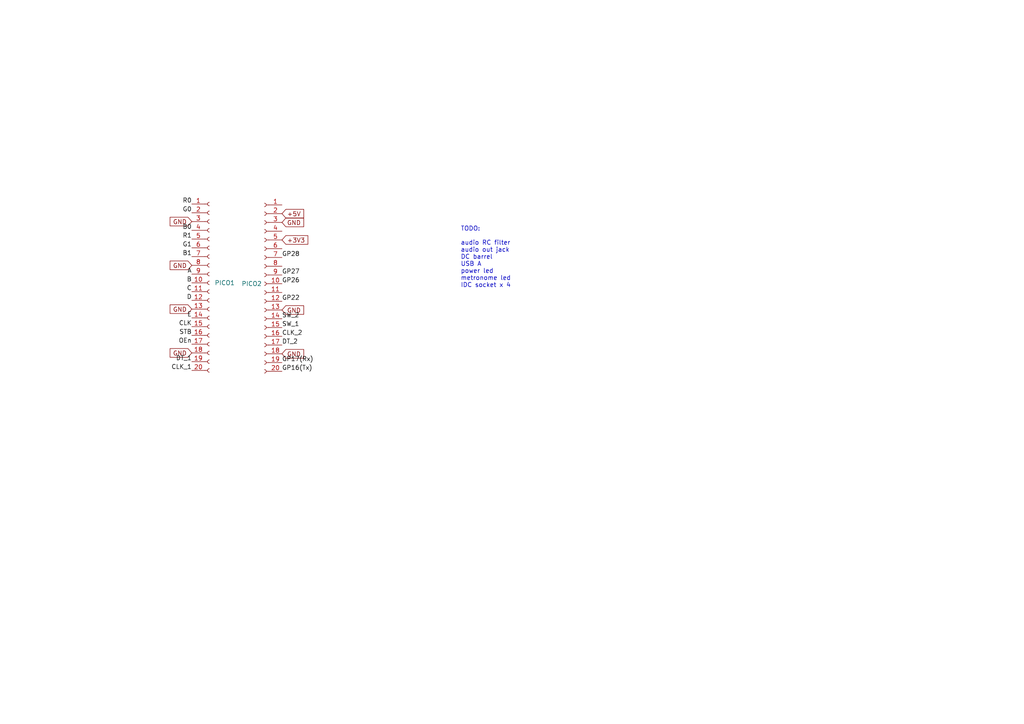
<source format=kicad_sch>
(kicad_sch (version 20230121) (generator eeschema)
  (paper "A4")
  (lib_symbols
    (symbol "Connector:Conn_01x20_Socket" (pin_names (offset 1.016) hide)
      (property "Reference" "J" (at 0 25.4 0))
      (property "Value" "Conn_01x20_Socket" (at 0 -27.94 0))
      (symbol "Conn_01x20_Socket_1_1"
        (arc (start 0 -24.892) (mid -0.5058 -25.4) (end 0 -25.908) (stroke (width 0.1524)))
        (arc (start 0 -22.352) (mid -0.5058 -22.86) (end 0 -23.368) (stroke (width 0.1524)))
        (arc (start 0 -19.812) (mid -0.5058 -20.32) (end 0 -20.828) (stroke (width 0.1524)))
        (arc (start 0 -17.272) (mid -0.5058 -17.78) (end 0 -18.288) (stroke (width 0.1524)))
        (arc (start 0 -14.732) (mid -0.5058 -15.24) (end 0 -15.748) (stroke (width 0.1524)))
        (arc (start 0 -12.192) (mid -0.5058 -12.7) (end 0 -13.208) (stroke (width 0.1524)))
        (arc (start 0 -9.652) (mid -0.5058 -10.16) (end 0 -10.668) (stroke (width 0.1524)))
        (arc (start 0 -7.112) (mid -0.5058 -7.62) (end 0 -8.128) (stroke (width 0.1524)))
        (arc (start 0 -4.572) (mid -0.5058 -5.08) (end 0 -5.588) (stroke (width 0.1524)))
        (arc (start 0 -2.032) (mid -0.5058 -2.54) (end 0 -3.048) (stroke (width 0.1524)))
        (polyline (pts (xy -1.27 -25.4) (xy -0.508 -25.4)) (stroke (width 0.1524)))
        (polyline (pts (xy -1.27 -22.86) (xy -0.508 -22.86)) (stroke (width 0.1524)))
        (polyline (pts (xy -1.27 -20.32) (xy -0.508 -20.32)) (stroke (width 0.1524)))
        (polyline (pts (xy -1.27 -17.78) (xy -0.508 -17.78)) (stroke (width 0.1524)))
        (polyline (pts (xy -1.27 -15.24) (xy -0.508 -15.24)) (stroke (width 0.1524)))
        (polyline (pts (xy -1.27 -12.7) (xy -0.508 -12.7)) (stroke (width 0.1524)))
        (polyline (pts (xy -1.27 -10.16) (xy -0.508 -10.16)) (stroke (width 0.1524)))
        (polyline (pts (xy -1.27 -7.62) (xy -0.508 -7.62)) (stroke (width 0.1524)))
        (polyline (pts (xy -1.27 -5.08) (xy -0.508 -5.08)) (stroke (width 0.1524)))
        (polyline (pts (xy -1.27 -2.54) (xy -0.508 -2.54)) (stroke (width 0.1524)))
        (polyline (pts (xy -1.27 0) (xy -0.508 0)) (stroke (width 0.1524)))
        (polyline (pts (xy -1.27 2.54) (xy -0.508 2.54)) (stroke (width 0.1524)))
        (polyline (pts (xy -1.27 5.08) (xy -0.508 5.08)) (stroke (width 0.1524)))
        (polyline (pts (xy -1.27 7.62) (xy -0.508 7.62)) (stroke (width 0.1524)))
        (polyline (pts (xy -1.27 10.16) (xy -0.508 10.16)) (stroke (width 0.1524)))
        (polyline (pts (xy -1.27 12.7) (xy -0.508 12.7)) (stroke (width 0.1524)))
        (polyline (pts (xy -1.27 15.24) (xy -0.508 15.24)) (stroke (width 0.1524)))
        (polyline (pts (xy -1.27 17.78) (xy -0.508 17.78)) (stroke (width 0.1524)))
        (polyline (pts (xy -1.27 20.32) (xy -0.508 20.32)) (stroke (width 0.1524)))
        (polyline (pts (xy -1.27 22.86) (xy -0.508 22.86)) (stroke (width 0.1524)))
        (arc (start 0 0.508) (mid -0.5058 0) (end 0 -0.508) (stroke (width 0.1524)))
        (arc (start 0 3.048) (mid -0.5058 2.54) (end 0 2.032) (stroke (width 0.1524)))
        (arc (start 0 5.588) (mid -0.5058 5.08) (end 0 4.572) (stroke (width 0.1524)))
        (arc (start 0 8.128) (mid -0.5058 7.62) (end 0 7.112) (stroke (width 0.1524)))
        (arc (start 0 10.668) (mid -0.5058 10.16) (end 0 9.652) (stroke (width 0.1524)))
        (arc (start 0 13.208) (mid -0.5058 12.7) (end 0 12.192) (stroke (width 0.1524)))
        (arc (start 0 15.748) (mid -0.5058 15.24) (end 0 14.732) (stroke (width 0.1524)))
        (arc (start 0 18.288) (mid -0.5058 17.78) (end 0 17.272) (stroke (width 0.1524)))
        (arc (start 0 20.828) (mid -0.5058 20.32) (end 0 19.812) (stroke (width 0.1524)))
        (arc (start 0 23.368) (mid -0.5058 22.86) (end 0 22.352) (stroke (width 0.1524)))
        (pin passive line (at -5.08 22.86 0) (length 3.81) (name "Pin_1") (number "1"))
        (pin passive line (at -5.08 0 0) (length 3.81) (name "Pin_10") (number "10"))
        (pin passive line (at -5.08 -2.54 0) (length 3.81) (name "Pin_11") (number "11"))
        (pin passive line (at -5.08 -5.08 0) (length 3.81) (name "Pin_12") (number "12"))
        (pin passive line (at -5.08 -7.62 0) (length 3.81) (name "Pin_13") (number "13"))
        (pin passive line (at -5.08 -10.16 0) (length 3.81) (name "Pin_14") (number "14"))
        (pin passive line (at -5.08 -12.7 0) (length 3.81) (name "Pin_15") (number "15"))
        (pin passive line (at -5.08 -15.24 0) (length 3.81) (name "Pin_16") (number "16"))
        (pin passive line (at -5.08 -17.78 0) (length 3.81) (name "Pin_17") (number "17"))
        (pin passive line (at -5.08 -20.32 0) (length 3.81) (name "Pin_18") (number "18"))
        (pin passive line (at -5.08 -22.86 0) (length 3.81) (name "Pin_19") (number "19"))
        (pin passive line (at -5.08 20.32 0) (length 3.81) (name "Pin_2") (number "2"))
        (pin passive line (at -5.08 -25.4 0) (length 3.81) (name "Pin_20") (number "20"))
        (pin passive line (at -5.08 17.78 0) (length 3.81) (name "Pin_3") (number "3"))
        (pin passive line (at -5.08 15.24 0) (length 3.81) (name "Pin_4") (number "4"))
        (pin passive line (at -5.08 12.7 0) (length 3.81) (name "Pin_5") (number "5"))
        (pin passive line (at -5.08 10.16 0) (length 3.81) (name "Pin_6") (number "6"))
        (pin passive line (at -5.08 7.62 0) (length 3.81) (name "Pin_7") (number "7"))
        (pin passive line (at -5.08 5.08 0) (length 3.81) (name "Pin_8") (number "8"))
        (pin passive line (at -5.08 2.54 0) (length 3.81) (name "Pin_9") (number "9"))
      )
    )
  )
  (text "TODO:\n\naudio RC filter\naudio out jack\nDC barrel\nUSB A\npower led\nmetronome led\nIDC socket x 4" (at 133.604 83.566 0) (effects (font (size 1.27 1.27)) (justify left bottom)))
  (label "GP22" (at 81.788 87.376 0))
  (label "R0" (at 55.626 59.182 180))
  (label "GP16(Tx)" (at 81.788 107.696 0))
  (label "GP28" (at 81.788 74.676 0))
  (label "B0" (at 55.626 66.802 180))
  (label "CLK_2" (at 81.788 97.536 0))
  (label "B1" (at 55.626 74.422 180))
  (label "B" (at 55.626 82.042 180))
  (label "SW_2" (at 81.788 92.456 0))
  (label "R1" (at 55.626 69.342 180))
  (label "GP17(Rx)" (at 81.788 105.156 0))
  (label "C" (at 55.626 84.582 180))
  (label "CLK_1" (at 55.626 107.442 180))
  (label "DT_1" (at 55.626 104.902 180))
  (label "D" (at 55.626 87.122 180))
  (label "OEn" (at 55.626 99.822 180))
  (label "GP26" (at 81.788 82.296 0))
  (label "G0" (at 55.626 61.722 180))
  (label "SW_1" (at 81.788 94.996 0))
  (label "GP27" (at 81.788 79.756 0))
  (label "E" (at 55.626 92.202 180))
  (label "CLK" (at 55.626 94.742 180))
  (label "A" (at 55.626 79.502 180))
  (label "G1" (at 55.626 71.882 180))
  (label "DT_2" (at 81.788 100.076 0))
  (label "STB" (at 55.626 97.282 180))
  (global_label "GND" (shape input) (at 55.626 64.262 180) (property "Intersheetrefs" "${INTERSHEET_REFS}" (effects hide)))
  (global_label "GND" (shape input) (at 55.626 102.362 180) (property "Intersheetrefs" "${INTERSHEET_REFS}" (effects hide)))
  (global_label "+3V3" (shape input) (at 81.788 69.596 0) (property "Intersheetrefs" "${INTERSHEET_REFS}" (effects hide)))
  (global_label "GND" (shape input) (at 81.788 102.616 0) (property "Intersheetrefs" "${INTERSHEET_REFS}" (effects hide)))
  (global_label "GND" (shape input) (at 81.788 89.916 0) (property "Intersheetrefs" "${INTERSHEET_REFS}" (effects hide)))
  (global_label "+5V" (shape input) (at 81.788 61.976 0) (property "Intersheetrefs" "${INTERSHEET_REFS}" (effects hide)))
  (global_label "GND" (shape input) (at 55.626 89.662 180) (property "Intersheetrefs" "${INTERSHEET_REFS}" (effects hide)))
  (global_label "GND" (shape input) (at 55.626 76.962 180) (property "Intersheetrefs" "${INTERSHEET_REFS}" (effects hide)))
  (global_label "GND" (shape input) (at 81.788 64.516 0) (property "Intersheetrefs" "${INTERSHEET_REFS}" (effects hide)))
  (symbol (lib_id "Connector:Conn_01x20_Socket") (at 76.708 82.296 0) (mirror y) (unit 1)
    (property "Reference" "PICO2" (at 75.946 82.296 0) (effects (justify left)))
    (property "Value" "PICO_R" (effects hide))
    (property "Footprint" "Connector_PinSocket_2.54mm:PinSocket_1x20_P2.54mm_Vertical" (effects hide))
  )
  (symbol (lib_id "Connector:Conn_01x20_Socket") (at 60.706 82.042 0) (unit 1)
    (property "Reference" "PICO1" (at 62.23 82.042 0) (effects (justify left)))
    (property "Value" "PICO_L" (effects hide))
    (property "Footprint" "Connector_PinSocket_2.54mm:PinSocket_1x20_P2.54mm_Vertical" (effects hide))
  )
)
</source>
